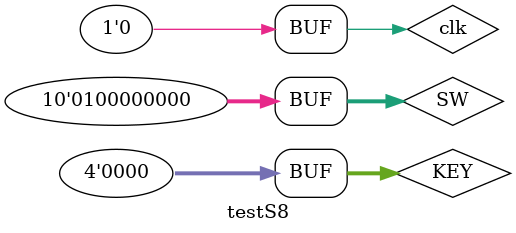
<source format=v>
`timescale 1ns/1ns

module testS8;
	reg clk = 0;
	reg [9:0]SW = 0;
	reg [3:0]KEY = 0;

	wire [9:0]LEDR;
	wire [6:0]HEX0;
	wire [6:0]HEX1;
	wire [6:0]HEX2;
	wire [6:0]HEX3;
	wire [6:0]HEX4;
	wire [6:0]HEX5;
	
	MyComputer mc(clk, LEDR, SW, KEY, HEX0, HEX1, HEX2, HEX3, HEX4, HEX5);	
	
	initial begin
		repeat (50) #10 clk = !clk;
	end
	
	initial begin
		SW[8] = 1;
	end
endmodule

</source>
